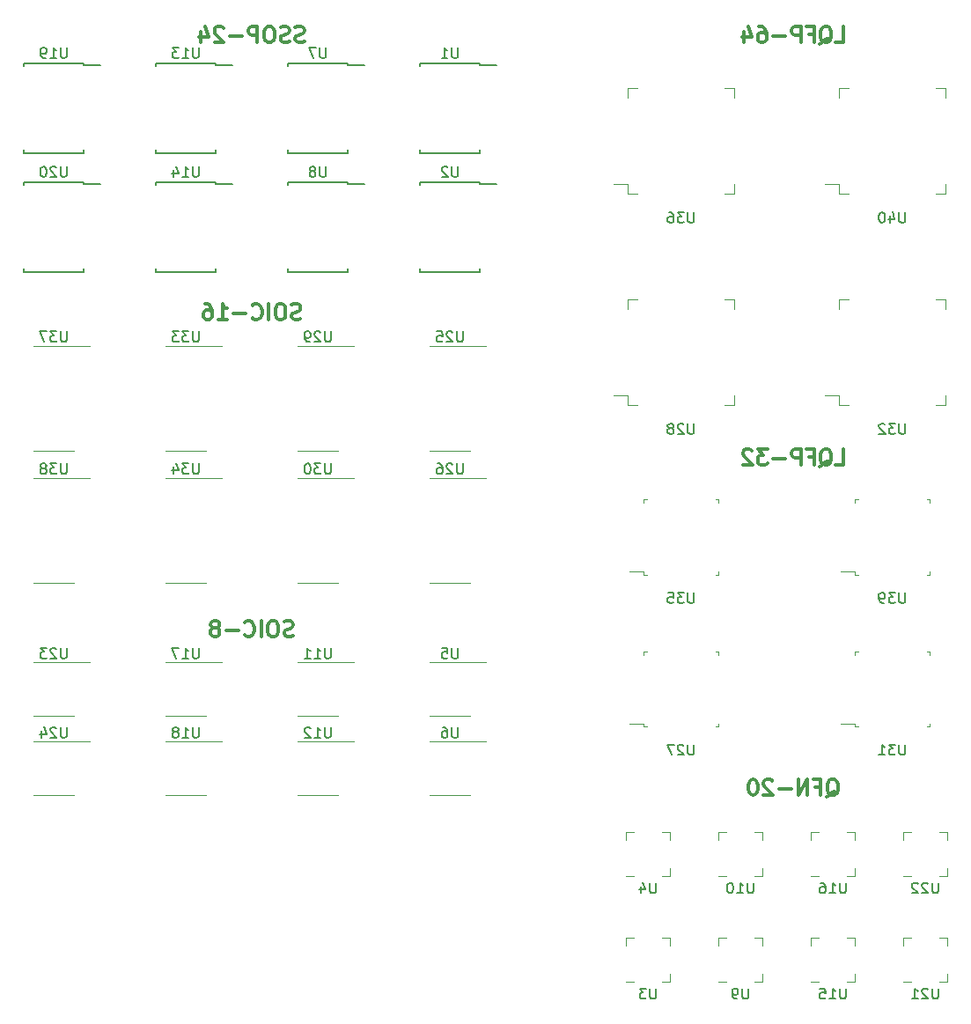
<source format=gbr>
G04 #@! TF.GenerationSoftware,KiCad,Pcbnew,(5.1.5)-3*
G04 #@! TF.CreationDate,2020-12-04T11:44:09+01:00*
G04 #@! TF.ProjectId,SolderPractice,536f6c64-6572-4507-9261-63746963652e,rev?*
G04 #@! TF.SameCoordinates,Original*
G04 #@! TF.FileFunction,Legend,Bot*
G04 #@! TF.FilePolarity,Positive*
%FSLAX46Y46*%
G04 Gerber Fmt 4.6, Leading zero omitted, Abs format (unit mm)*
G04 Created by KiCad (PCBNEW (5.1.5)-3) date 2020-12-04 11:44:09*
%MOMM*%
%LPD*%
G04 APERTURE LIST*
%ADD10C,0.300000*%
%ADD11C,0.120000*%
%ADD12C,0.150000*%
G04 APERTURE END LIST*
D10*
X469304285Y-175446428D02*
X469447142Y-175375000D01*
X469590000Y-175232142D01*
X469804285Y-175017857D01*
X469947142Y-174946428D01*
X470090000Y-174946428D01*
X470018571Y-175303571D02*
X470161428Y-175232142D01*
X470304285Y-175089285D01*
X470375714Y-174803571D01*
X470375714Y-174303571D01*
X470304285Y-174017857D01*
X470161428Y-173875000D01*
X470018571Y-173803571D01*
X469732857Y-173803571D01*
X469590000Y-173875000D01*
X469447142Y-174017857D01*
X469375714Y-174303571D01*
X469375714Y-174803571D01*
X469447142Y-175089285D01*
X469590000Y-175232142D01*
X469732857Y-175303571D01*
X470018571Y-175303571D01*
X468232857Y-174517857D02*
X468732857Y-174517857D01*
X468732857Y-175303571D02*
X468732857Y-173803571D01*
X468018571Y-173803571D01*
X467447142Y-175303571D02*
X467447142Y-173803571D01*
X466590000Y-175303571D01*
X466590000Y-173803571D01*
X465875714Y-174732142D02*
X464732857Y-174732142D01*
X464090000Y-173946428D02*
X464018571Y-173875000D01*
X463875714Y-173803571D01*
X463518571Y-173803571D01*
X463375714Y-173875000D01*
X463304285Y-173946428D01*
X463232857Y-174089285D01*
X463232857Y-174232142D01*
X463304285Y-174446428D01*
X464161428Y-175303571D01*
X463232857Y-175303571D01*
X462304285Y-173803571D02*
X462161428Y-173803571D01*
X462018571Y-173875000D01*
X461947142Y-173946428D01*
X461875714Y-174089285D01*
X461804285Y-174375000D01*
X461804285Y-174732142D01*
X461875714Y-175017857D01*
X461947142Y-175160714D01*
X462018571Y-175232142D01*
X462161428Y-175303571D01*
X462304285Y-175303571D01*
X462447142Y-175232142D01*
X462518571Y-175160714D01*
X462590000Y-175017857D01*
X462661428Y-174732142D01*
X462661428Y-174375000D01*
X462590000Y-174089285D01*
X462518571Y-173946428D01*
X462447142Y-173875000D01*
X462304285Y-173803571D01*
X470161428Y-143553571D02*
X470875714Y-143553571D01*
X470875714Y-142053571D01*
X468661428Y-143696428D02*
X468804285Y-143625000D01*
X468947142Y-143482142D01*
X469161428Y-143267857D01*
X469304285Y-143196428D01*
X469447142Y-143196428D01*
X469375714Y-143553571D02*
X469518571Y-143482142D01*
X469661428Y-143339285D01*
X469732857Y-143053571D01*
X469732857Y-142553571D01*
X469661428Y-142267857D01*
X469518571Y-142125000D01*
X469375714Y-142053571D01*
X469090000Y-142053571D01*
X468947142Y-142125000D01*
X468804285Y-142267857D01*
X468732857Y-142553571D01*
X468732857Y-143053571D01*
X468804285Y-143339285D01*
X468947142Y-143482142D01*
X469090000Y-143553571D01*
X469375714Y-143553571D01*
X467590000Y-142767857D02*
X468090000Y-142767857D01*
X468090000Y-143553571D02*
X468090000Y-142053571D01*
X467375714Y-142053571D01*
X466804285Y-143553571D02*
X466804285Y-142053571D01*
X466232857Y-142053571D01*
X466090000Y-142125000D01*
X466018571Y-142196428D01*
X465947142Y-142339285D01*
X465947142Y-142553571D01*
X466018571Y-142696428D01*
X466090000Y-142767857D01*
X466232857Y-142839285D01*
X466804285Y-142839285D01*
X465304285Y-142982142D02*
X464161428Y-142982142D01*
X463590000Y-142053571D02*
X462661428Y-142053571D01*
X463161428Y-142625000D01*
X462947142Y-142625000D01*
X462804285Y-142696428D01*
X462732857Y-142767857D01*
X462661428Y-142910714D01*
X462661428Y-143267857D01*
X462732857Y-143410714D01*
X462804285Y-143482142D01*
X462947142Y-143553571D01*
X463375714Y-143553571D01*
X463518571Y-143482142D01*
X463590000Y-143410714D01*
X462090000Y-142196428D02*
X462018571Y-142125000D01*
X461875714Y-142053571D01*
X461518571Y-142053571D01*
X461375714Y-142125000D01*
X461304285Y-142196428D01*
X461232857Y-142339285D01*
X461232857Y-142482142D01*
X461304285Y-142696428D01*
X462161428Y-143553571D01*
X461232857Y-143553571D01*
X470161428Y-102913571D02*
X470875714Y-102913571D01*
X470875714Y-101413571D01*
X468661428Y-103056428D02*
X468804285Y-102985000D01*
X468947142Y-102842142D01*
X469161428Y-102627857D01*
X469304285Y-102556428D01*
X469447142Y-102556428D01*
X469375714Y-102913571D02*
X469518571Y-102842142D01*
X469661428Y-102699285D01*
X469732857Y-102413571D01*
X469732857Y-101913571D01*
X469661428Y-101627857D01*
X469518571Y-101485000D01*
X469375714Y-101413571D01*
X469090000Y-101413571D01*
X468947142Y-101485000D01*
X468804285Y-101627857D01*
X468732857Y-101913571D01*
X468732857Y-102413571D01*
X468804285Y-102699285D01*
X468947142Y-102842142D01*
X469090000Y-102913571D01*
X469375714Y-102913571D01*
X467590000Y-102127857D02*
X468090000Y-102127857D01*
X468090000Y-102913571D02*
X468090000Y-101413571D01*
X467375714Y-101413571D01*
X466804285Y-102913571D02*
X466804285Y-101413571D01*
X466232857Y-101413571D01*
X466090000Y-101485000D01*
X466018571Y-101556428D01*
X465947142Y-101699285D01*
X465947142Y-101913571D01*
X466018571Y-102056428D01*
X466090000Y-102127857D01*
X466232857Y-102199285D01*
X466804285Y-102199285D01*
X465304285Y-102342142D02*
X464161428Y-102342142D01*
X462804285Y-101413571D02*
X463090000Y-101413571D01*
X463232857Y-101485000D01*
X463304285Y-101556428D01*
X463447142Y-101770714D01*
X463518571Y-102056428D01*
X463518571Y-102627857D01*
X463447142Y-102770714D01*
X463375714Y-102842142D01*
X463232857Y-102913571D01*
X462947142Y-102913571D01*
X462804285Y-102842142D01*
X462732857Y-102770714D01*
X462661428Y-102627857D01*
X462661428Y-102270714D01*
X462732857Y-102127857D01*
X462804285Y-102056428D01*
X462947142Y-101985000D01*
X463232857Y-101985000D01*
X463375714Y-102056428D01*
X463447142Y-102127857D01*
X463518571Y-102270714D01*
X461375714Y-101913571D02*
X461375714Y-102913571D01*
X461732857Y-101342142D02*
X462090000Y-102413571D01*
X461161428Y-102413571D01*
X417984285Y-159992142D02*
X417770000Y-160063571D01*
X417412857Y-160063571D01*
X417270000Y-159992142D01*
X417198571Y-159920714D01*
X417127142Y-159777857D01*
X417127142Y-159635000D01*
X417198571Y-159492142D01*
X417270000Y-159420714D01*
X417412857Y-159349285D01*
X417698571Y-159277857D01*
X417841428Y-159206428D01*
X417912857Y-159135000D01*
X417984285Y-158992142D01*
X417984285Y-158849285D01*
X417912857Y-158706428D01*
X417841428Y-158635000D01*
X417698571Y-158563571D01*
X417341428Y-158563571D01*
X417127142Y-158635000D01*
X416198571Y-158563571D02*
X415912857Y-158563571D01*
X415770000Y-158635000D01*
X415627142Y-158777857D01*
X415555714Y-159063571D01*
X415555714Y-159563571D01*
X415627142Y-159849285D01*
X415770000Y-159992142D01*
X415912857Y-160063571D01*
X416198571Y-160063571D01*
X416341428Y-159992142D01*
X416484285Y-159849285D01*
X416555714Y-159563571D01*
X416555714Y-159063571D01*
X416484285Y-158777857D01*
X416341428Y-158635000D01*
X416198571Y-158563571D01*
X414912857Y-160063571D02*
X414912857Y-158563571D01*
X413341428Y-159920714D02*
X413412857Y-159992142D01*
X413627142Y-160063571D01*
X413770000Y-160063571D01*
X413984285Y-159992142D01*
X414127142Y-159849285D01*
X414198571Y-159706428D01*
X414270000Y-159420714D01*
X414270000Y-159206428D01*
X414198571Y-158920714D01*
X414127142Y-158777857D01*
X413984285Y-158635000D01*
X413770000Y-158563571D01*
X413627142Y-158563571D01*
X413412857Y-158635000D01*
X413341428Y-158706428D01*
X412698571Y-159492142D02*
X411555714Y-159492142D01*
X410627142Y-159206428D02*
X410770000Y-159135000D01*
X410841428Y-159063571D01*
X410912857Y-158920714D01*
X410912857Y-158849285D01*
X410841428Y-158706428D01*
X410770000Y-158635000D01*
X410627142Y-158563571D01*
X410341428Y-158563571D01*
X410198571Y-158635000D01*
X410127142Y-158706428D01*
X410055714Y-158849285D01*
X410055714Y-158920714D01*
X410127142Y-159063571D01*
X410198571Y-159135000D01*
X410341428Y-159206428D01*
X410627142Y-159206428D01*
X410770000Y-159277857D01*
X410841428Y-159349285D01*
X410912857Y-159492142D01*
X410912857Y-159777857D01*
X410841428Y-159920714D01*
X410770000Y-159992142D01*
X410627142Y-160063571D01*
X410341428Y-160063571D01*
X410198571Y-159992142D01*
X410127142Y-159920714D01*
X410055714Y-159777857D01*
X410055714Y-159492142D01*
X410127142Y-159349285D01*
X410198571Y-159277857D01*
X410341428Y-159206428D01*
X418698571Y-129512142D02*
X418484285Y-129583571D01*
X418127142Y-129583571D01*
X417984285Y-129512142D01*
X417912857Y-129440714D01*
X417841428Y-129297857D01*
X417841428Y-129155000D01*
X417912857Y-129012142D01*
X417984285Y-128940714D01*
X418127142Y-128869285D01*
X418412857Y-128797857D01*
X418555714Y-128726428D01*
X418627142Y-128655000D01*
X418698571Y-128512142D01*
X418698571Y-128369285D01*
X418627142Y-128226428D01*
X418555714Y-128155000D01*
X418412857Y-128083571D01*
X418055714Y-128083571D01*
X417841428Y-128155000D01*
X416912857Y-128083571D02*
X416627142Y-128083571D01*
X416484285Y-128155000D01*
X416341428Y-128297857D01*
X416270000Y-128583571D01*
X416270000Y-129083571D01*
X416341428Y-129369285D01*
X416484285Y-129512142D01*
X416627142Y-129583571D01*
X416912857Y-129583571D01*
X417055714Y-129512142D01*
X417198571Y-129369285D01*
X417270000Y-129083571D01*
X417270000Y-128583571D01*
X417198571Y-128297857D01*
X417055714Y-128155000D01*
X416912857Y-128083571D01*
X415627142Y-129583571D02*
X415627142Y-128083571D01*
X414055714Y-129440714D02*
X414127142Y-129512142D01*
X414341428Y-129583571D01*
X414484285Y-129583571D01*
X414698571Y-129512142D01*
X414841428Y-129369285D01*
X414912857Y-129226428D01*
X414984285Y-128940714D01*
X414984285Y-128726428D01*
X414912857Y-128440714D01*
X414841428Y-128297857D01*
X414698571Y-128155000D01*
X414484285Y-128083571D01*
X414341428Y-128083571D01*
X414127142Y-128155000D01*
X414055714Y-128226428D01*
X413412857Y-129012142D02*
X412270000Y-129012142D01*
X410770000Y-129583571D02*
X411627142Y-129583571D01*
X411198571Y-129583571D02*
X411198571Y-128083571D01*
X411341428Y-128297857D01*
X411484285Y-128440714D01*
X411627142Y-128512142D01*
X409484285Y-128083571D02*
X409770000Y-128083571D01*
X409912857Y-128155000D01*
X409984285Y-128226428D01*
X410127142Y-128440714D01*
X410198571Y-128726428D01*
X410198571Y-129297857D01*
X410127142Y-129440714D01*
X410055714Y-129512142D01*
X409912857Y-129583571D01*
X409627142Y-129583571D01*
X409484285Y-129512142D01*
X409412857Y-129440714D01*
X409341428Y-129297857D01*
X409341428Y-128940714D01*
X409412857Y-128797857D01*
X409484285Y-128726428D01*
X409627142Y-128655000D01*
X409912857Y-128655000D01*
X410055714Y-128726428D01*
X410127142Y-128797857D01*
X410198571Y-128940714D01*
X419055714Y-102842142D02*
X418841428Y-102913571D01*
X418484285Y-102913571D01*
X418341428Y-102842142D01*
X418270000Y-102770714D01*
X418198571Y-102627857D01*
X418198571Y-102485000D01*
X418270000Y-102342142D01*
X418341428Y-102270714D01*
X418484285Y-102199285D01*
X418770000Y-102127857D01*
X418912857Y-102056428D01*
X418984285Y-101985000D01*
X419055714Y-101842142D01*
X419055714Y-101699285D01*
X418984285Y-101556428D01*
X418912857Y-101485000D01*
X418770000Y-101413571D01*
X418412857Y-101413571D01*
X418198571Y-101485000D01*
X417627142Y-102842142D02*
X417412857Y-102913571D01*
X417055714Y-102913571D01*
X416912857Y-102842142D01*
X416841428Y-102770714D01*
X416770000Y-102627857D01*
X416770000Y-102485000D01*
X416841428Y-102342142D01*
X416912857Y-102270714D01*
X417055714Y-102199285D01*
X417341428Y-102127857D01*
X417484285Y-102056428D01*
X417555714Y-101985000D01*
X417627142Y-101842142D01*
X417627142Y-101699285D01*
X417555714Y-101556428D01*
X417484285Y-101485000D01*
X417341428Y-101413571D01*
X416984285Y-101413571D01*
X416770000Y-101485000D01*
X415841428Y-101413571D02*
X415555714Y-101413571D01*
X415412857Y-101485000D01*
X415270000Y-101627857D01*
X415198571Y-101913571D01*
X415198571Y-102413571D01*
X415270000Y-102699285D01*
X415412857Y-102842142D01*
X415555714Y-102913571D01*
X415841428Y-102913571D01*
X415984285Y-102842142D01*
X416127142Y-102699285D01*
X416198571Y-102413571D01*
X416198571Y-101913571D01*
X416127142Y-101627857D01*
X415984285Y-101485000D01*
X415841428Y-101413571D01*
X414555714Y-102913571D02*
X414555714Y-101413571D01*
X413984285Y-101413571D01*
X413841428Y-101485000D01*
X413770000Y-101556428D01*
X413698571Y-101699285D01*
X413698571Y-101913571D01*
X413770000Y-102056428D01*
X413841428Y-102127857D01*
X413984285Y-102199285D01*
X414555714Y-102199285D01*
X413055714Y-102342142D02*
X411912857Y-102342142D01*
X411270000Y-101556428D02*
X411198571Y-101485000D01*
X411055714Y-101413571D01*
X410698571Y-101413571D01*
X410555714Y-101485000D01*
X410484285Y-101556428D01*
X410412857Y-101699285D01*
X410412857Y-101842142D01*
X410484285Y-102056428D01*
X411341428Y-102913571D01*
X410412857Y-102913571D01*
X409127142Y-101913571D02*
X409127142Y-102913571D01*
X409484285Y-101342142D02*
X409841428Y-102413571D01*
X408912857Y-102413571D01*
D11*
X470505000Y-116555000D02*
X469165000Y-116555000D01*
X470505000Y-117505000D02*
X470505000Y-116555000D01*
X471455000Y-117505000D02*
X470505000Y-117505000D01*
X480725000Y-117505000D02*
X480725000Y-116555000D01*
X479775000Y-117505000D02*
X480725000Y-117505000D01*
X470505000Y-107285000D02*
X470505000Y-108235000D01*
X471455000Y-107285000D02*
X470505000Y-107285000D01*
X480725000Y-107285000D02*
X480725000Y-108235000D01*
X479775000Y-107285000D02*
X480725000Y-107285000D01*
X472005000Y-153805000D02*
X470690000Y-153805000D01*
X472005000Y-154105000D02*
X472005000Y-153805000D01*
X472305000Y-154105000D02*
X472005000Y-154105000D01*
X479225000Y-154105000D02*
X479225000Y-153805000D01*
X478925000Y-154105000D02*
X479225000Y-154105000D01*
X472005000Y-146885000D02*
X472005000Y-147185000D01*
X472305000Y-146885000D02*
X472005000Y-146885000D01*
X479225000Y-146885000D02*
X479225000Y-147185000D01*
X478925000Y-146885000D02*
X479225000Y-146885000D01*
X394970000Y-144799999D02*
X398420000Y-144799999D01*
X394970000Y-144799999D02*
X393020000Y-144799999D01*
X394970000Y-154919999D02*
X396920000Y-154919999D01*
X394970000Y-154919999D02*
X393020000Y-154919999D01*
X394970000Y-132100000D02*
X398420000Y-132100000D01*
X394970000Y-132100000D02*
X393020000Y-132100000D01*
X394970000Y-142220000D02*
X396920000Y-142220000D01*
X394970000Y-142220000D02*
X393020000Y-142220000D01*
X450185000Y-116555000D02*
X448845000Y-116555000D01*
X450185000Y-117505000D02*
X450185000Y-116555000D01*
X451135000Y-117505000D02*
X450185000Y-117505000D01*
X460405000Y-117505000D02*
X460405000Y-116555000D01*
X459455000Y-117505000D02*
X460405000Y-117505000D01*
X450185000Y-107285000D02*
X450185000Y-108235000D01*
X451135000Y-107285000D02*
X450185000Y-107285000D01*
X460405000Y-107285000D02*
X460405000Y-108235000D01*
X459455000Y-107285000D02*
X460405000Y-107285000D01*
X451685000Y-153805000D02*
X450370000Y-153805000D01*
X451685000Y-154105000D02*
X451685000Y-153805000D01*
X451985000Y-154105000D02*
X451685000Y-154105000D01*
X458905000Y-154105000D02*
X458905000Y-153805000D01*
X458605000Y-154105000D02*
X458905000Y-154105000D01*
X451685000Y-146885000D02*
X451685000Y-147185000D01*
X451985000Y-146885000D02*
X451685000Y-146885000D01*
X458905000Y-146885000D02*
X458905000Y-147185000D01*
X458605000Y-146885000D02*
X458905000Y-146885000D01*
X407670000Y-144799999D02*
X411120000Y-144799999D01*
X407670000Y-144799999D02*
X405720000Y-144799999D01*
X407670000Y-154919999D02*
X409620000Y-154919999D01*
X407670000Y-154919999D02*
X405720000Y-154919999D01*
X407670000Y-132100000D02*
X411120000Y-132100000D01*
X407670000Y-132100000D02*
X405720000Y-132100000D01*
X407670000Y-142220000D02*
X409620000Y-142220000D01*
X407670000Y-142220000D02*
X405720000Y-142220000D01*
X470505000Y-136875000D02*
X469165000Y-136875000D01*
X470505000Y-137825000D02*
X470505000Y-136875000D01*
X471455000Y-137825000D02*
X470505000Y-137825000D01*
X480725000Y-137825000D02*
X480725000Y-136875000D01*
X479775000Y-137825000D02*
X480725000Y-137825000D01*
X470505000Y-127605000D02*
X470505000Y-128555000D01*
X471455000Y-127605000D02*
X470505000Y-127605000D01*
X480725000Y-127605000D02*
X480725000Y-128555000D01*
X479775000Y-127605000D02*
X480725000Y-127605000D01*
X472005000Y-168410000D02*
X470690000Y-168410000D01*
X472005000Y-168710000D02*
X472005000Y-168410000D01*
X472305000Y-168710000D02*
X472005000Y-168710000D01*
X479225000Y-168710000D02*
X479225000Y-168410000D01*
X478925000Y-168710000D02*
X479225000Y-168710000D01*
X472005000Y-161490000D02*
X472005000Y-161790000D01*
X472305000Y-161490000D02*
X472005000Y-161490000D01*
X479225000Y-161490000D02*
X479225000Y-161790000D01*
X478925000Y-161490000D02*
X479225000Y-161490000D01*
X420370000Y-144799999D02*
X423820000Y-144799999D01*
X420370000Y-144799999D02*
X418420000Y-144799999D01*
X420370000Y-154919999D02*
X422320000Y-154919999D01*
X420370000Y-154919999D02*
X418420000Y-154919999D01*
X420370000Y-132100000D02*
X423820000Y-132100000D01*
X420370000Y-132100000D02*
X418420000Y-132100000D01*
X420370000Y-142220000D02*
X422320000Y-142220000D01*
X420370000Y-142220000D02*
X418420000Y-142220000D01*
X450185000Y-136875000D02*
X448845000Y-136875000D01*
X450185000Y-137825000D02*
X450185000Y-136875000D01*
X451135000Y-137825000D02*
X450185000Y-137825000D01*
X460405000Y-137825000D02*
X460405000Y-136875000D01*
X459455000Y-137825000D02*
X460405000Y-137825000D01*
X450185000Y-127605000D02*
X450185000Y-128555000D01*
X451135000Y-127605000D02*
X450185000Y-127605000D01*
X460405000Y-127605000D02*
X460405000Y-128555000D01*
X459455000Y-127605000D02*
X460405000Y-127605000D01*
X451685000Y-168410000D02*
X450370000Y-168410000D01*
X451685000Y-168710000D02*
X451685000Y-168410000D01*
X451985000Y-168710000D02*
X451685000Y-168710000D01*
X458905000Y-168710000D02*
X458905000Y-168410000D01*
X458605000Y-168710000D02*
X458905000Y-168710000D01*
X451685000Y-161490000D02*
X451685000Y-161790000D01*
X451985000Y-161490000D02*
X451685000Y-161490000D01*
X458905000Y-161490000D02*
X458905000Y-161790000D01*
X458605000Y-161490000D02*
X458905000Y-161490000D01*
X433070000Y-144799999D02*
X436520000Y-144799999D01*
X433070000Y-144799999D02*
X431120000Y-144799999D01*
X433070000Y-154919999D02*
X435020000Y-154919999D01*
X433070000Y-154919999D02*
X431120000Y-154919999D01*
X433070000Y-132100000D02*
X436520000Y-132100000D01*
X433070000Y-132100000D02*
X431120000Y-132100000D01*
X433070000Y-142220000D02*
X435020000Y-142220000D01*
X433070000Y-142220000D02*
X431120000Y-142220000D01*
X394970000Y-170160000D02*
X398420000Y-170160000D01*
X394970000Y-170160000D02*
X393020000Y-170160000D01*
X394970000Y-175280000D02*
X396920000Y-175280000D01*
X394970000Y-175280000D02*
X393020000Y-175280000D01*
X394970000Y-162540000D02*
X398420000Y-162540000D01*
X394970000Y-162540000D02*
X393020000Y-162540000D01*
X394970000Y-167660000D02*
X396920000Y-167660000D01*
X394970000Y-167660000D02*
X393020000Y-167660000D01*
X477405000Y-183085000D02*
X476680000Y-183085000D01*
X480900000Y-178865000D02*
X480900000Y-179590000D01*
X480175000Y-178865000D02*
X480900000Y-178865000D01*
X476680000Y-178865000D02*
X476680000Y-179590000D01*
X477405000Y-178865000D02*
X476680000Y-178865000D01*
X480900000Y-183085000D02*
X480900000Y-182360000D01*
X480175000Y-183085000D02*
X480900000Y-183085000D01*
X477405000Y-193245000D02*
X476680000Y-193245000D01*
X480900000Y-189025000D02*
X480900000Y-189750000D01*
X480175000Y-189025000D02*
X480900000Y-189025000D01*
X476680000Y-189025000D02*
X476680000Y-189750000D01*
X477405000Y-189025000D02*
X476680000Y-189025000D01*
X480900000Y-193245000D02*
X480900000Y-192520000D01*
X480175000Y-193245000D02*
X480900000Y-193245000D01*
D12*
X397845000Y-116550000D02*
X399445000Y-116550000D01*
X397845000Y-124975000D02*
X392095000Y-124975000D01*
X397845000Y-116325000D02*
X392095000Y-116325000D01*
X397845000Y-124975000D02*
X397845000Y-124675000D01*
X392095000Y-124975000D02*
X392095000Y-124675000D01*
X392095000Y-116325000D02*
X392095000Y-116625000D01*
X397845000Y-116325000D02*
X397845000Y-116550000D01*
X397845000Y-105120000D02*
X399445000Y-105120000D01*
X397845000Y-113545000D02*
X392095000Y-113545000D01*
X397845000Y-104895000D02*
X392095000Y-104895000D01*
X397845000Y-113545000D02*
X397845000Y-113245000D01*
X392095000Y-113545000D02*
X392095000Y-113245000D01*
X392095000Y-104895000D02*
X392095000Y-105195000D01*
X397845000Y-104895000D02*
X397845000Y-105120000D01*
D11*
X407670000Y-170160000D02*
X411120000Y-170160000D01*
X407670000Y-170160000D02*
X405720000Y-170160000D01*
X407670000Y-175280000D02*
X409620000Y-175280000D01*
X407670000Y-175280000D02*
X405720000Y-175280000D01*
X407670000Y-162540000D02*
X411120000Y-162540000D01*
X407670000Y-162540000D02*
X405720000Y-162540000D01*
X407670000Y-167660000D02*
X409620000Y-167660000D01*
X407670000Y-167660000D02*
X405720000Y-167660000D01*
X468515000Y-183085000D02*
X467790000Y-183085000D01*
X472010000Y-178865000D02*
X472010000Y-179590000D01*
X471285000Y-178865000D02*
X472010000Y-178865000D01*
X467790000Y-178865000D02*
X467790000Y-179590000D01*
X468515000Y-178865000D02*
X467790000Y-178865000D01*
X472010000Y-183085000D02*
X472010000Y-182360000D01*
X471285000Y-183085000D02*
X472010000Y-183085000D01*
X468515000Y-193245000D02*
X467790000Y-193245000D01*
X472010000Y-189025000D02*
X472010000Y-189750000D01*
X471285000Y-189025000D02*
X472010000Y-189025000D01*
X467790000Y-189025000D02*
X467790000Y-189750000D01*
X468515000Y-189025000D02*
X467790000Y-189025000D01*
X472010000Y-193245000D02*
X472010000Y-192520000D01*
X471285000Y-193245000D02*
X472010000Y-193245000D01*
D12*
X410545000Y-116550000D02*
X412145000Y-116550000D01*
X410545000Y-124975000D02*
X404795000Y-124975000D01*
X410545000Y-116325000D02*
X404795000Y-116325000D01*
X410545000Y-124975000D02*
X410545000Y-124675000D01*
X404795000Y-124975000D02*
X404795000Y-124675000D01*
X404795000Y-116325000D02*
X404795000Y-116625000D01*
X410545000Y-116325000D02*
X410545000Y-116550000D01*
X410545000Y-105120000D02*
X412145000Y-105120000D01*
X410545000Y-113545000D02*
X404795000Y-113545000D01*
X410545000Y-104895000D02*
X404795000Y-104895000D01*
X410545000Y-113545000D02*
X410545000Y-113245000D01*
X404795000Y-113545000D02*
X404795000Y-113245000D01*
X404795000Y-104895000D02*
X404795000Y-105195000D01*
X410545000Y-104895000D02*
X410545000Y-105120000D01*
D11*
X420370000Y-170160000D02*
X423820000Y-170160000D01*
X420370000Y-170160000D02*
X418420000Y-170160000D01*
X420370000Y-175280000D02*
X422320000Y-175280000D01*
X420370000Y-175280000D02*
X418420000Y-175280000D01*
X420370000Y-162540000D02*
X423820000Y-162540000D01*
X420370000Y-162540000D02*
X418420000Y-162540000D01*
X420370000Y-167660000D02*
X422320000Y-167660000D01*
X420370000Y-167660000D02*
X418420000Y-167660000D01*
X459625000Y-183085000D02*
X458900000Y-183085000D01*
X463120000Y-178865000D02*
X463120000Y-179590000D01*
X462395000Y-178865000D02*
X463120000Y-178865000D01*
X458900000Y-178865000D02*
X458900000Y-179590000D01*
X459625000Y-178865000D02*
X458900000Y-178865000D01*
X463120000Y-183085000D02*
X463120000Y-182360000D01*
X462395000Y-183085000D02*
X463120000Y-183085000D01*
X459625000Y-193245000D02*
X458900000Y-193245000D01*
X463120000Y-189025000D02*
X463120000Y-189750000D01*
X462395000Y-189025000D02*
X463120000Y-189025000D01*
X458900000Y-189025000D02*
X458900000Y-189750000D01*
X459625000Y-189025000D02*
X458900000Y-189025000D01*
X463120000Y-193245000D02*
X463120000Y-192520000D01*
X462395000Y-193245000D02*
X463120000Y-193245000D01*
D12*
X423245000Y-116550000D02*
X424845000Y-116550000D01*
X423245000Y-124975000D02*
X417495000Y-124975000D01*
X423245000Y-116325000D02*
X417495000Y-116325000D01*
X423245000Y-124975000D02*
X423245000Y-124675000D01*
X417495000Y-124975000D02*
X417495000Y-124675000D01*
X417495000Y-116325000D02*
X417495000Y-116625000D01*
X423245000Y-116325000D02*
X423245000Y-116550000D01*
X423245000Y-105120000D02*
X424845000Y-105120000D01*
X423245000Y-113545000D02*
X417495000Y-113545000D01*
X423245000Y-104895000D02*
X417495000Y-104895000D01*
X423245000Y-113545000D02*
X423245000Y-113245000D01*
X417495000Y-113545000D02*
X417495000Y-113245000D01*
X417495000Y-104895000D02*
X417495000Y-105195000D01*
X423245000Y-104895000D02*
X423245000Y-105120000D01*
D11*
X433070000Y-170160000D02*
X436520000Y-170160000D01*
X433070000Y-170160000D02*
X431120000Y-170160000D01*
X433070000Y-175280000D02*
X435020000Y-175280000D01*
X433070000Y-175280000D02*
X431120000Y-175280000D01*
X433070000Y-162540000D02*
X436520000Y-162540000D01*
X433070000Y-162540000D02*
X431120000Y-162540000D01*
X433070000Y-167660000D02*
X435020000Y-167660000D01*
X433070000Y-167660000D02*
X431120000Y-167660000D01*
X450735000Y-183085000D02*
X450010000Y-183085000D01*
X454230000Y-178865000D02*
X454230000Y-179590000D01*
X453505000Y-178865000D02*
X454230000Y-178865000D01*
X450010000Y-178865000D02*
X450010000Y-179590000D01*
X450735000Y-178865000D02*
X450010000Y-178865000D01*
X454230000Y-183085000D02*
X454230000Y-182360000D01*
X453505000Y-183085000D02*
X454230000Y-183085000D01*
X450735000Y-193245000D02*
X450010000Y-193245000D01*
X454230000Y-189025000D02*
X454230000Y-189750000D01*
X453505000Y-189025000D02*
X454230000Y-189025000D01*
X450010000Y-189025000D02*
X450010000Y-189750000D01*
X450735000Y-189025000D02*
X450010000Y-189025000D01*
X454230000Y-193245000D02*
X454230000Y-192520000D01*
X453505000Y-193245000D02*
X454230000Y-193245000D01*
D12*
X435945000Y-116550000D02*
X437545000Y-116550000D01*
X435945000Y-124975000D02*
X430195000Y-124975000D01*
X435945000Y-116325000D02*
X430195000Y-116325000D01*
X435945000Y-124975000D02*
X435945000Y-124675000D01*
X430195000Y-124975000D02*
X430195000Y-124675000D01*
X430195000Y-116325000D02*
X430195000Y-116625000D01*
X435945000Y-116325000D02*
X435945000Y-116550000D01*
X435945000Y-105120000D02*
X437545000Y-105120000D01*
X435945000Y-113545000D02*
X430195000Y-113545000D01*
X435945000Y-104895000D02*
X430195000Y-104895000D01*
X435945000Y-113545000D02*
X435945000Y-113245000D01*
X430195000Y-113545000D02*
X430195000Y-113245000D01*
X430195000Y-104895000D02*
X430195000Y-105195000D01*
X435945000Y-104895000D02*
X435945000Y-105120000D01*
X476853095Y-119247380D02*
X476853095Y-120056904D01*
X476805476Y-120152142D01*
X476757857Y-120199761D01*
X476662619Y-120247380D01*
X476472142Y-120247380D01*
X476376904Y-120199761D01*
X476329285Y-120152142D01*
X476281666Y-120056904D01*
X476281666Y-119247380D01*
X475376904Y-119580714D02*
X475376904Y-120247380D01*
X475615000Y-119199761D02*
X475853095Y-119914047D01*
X475234047Y-119914047D01*
X474662619Y-119247380D02*
X474567380Y-119247380D01*
X474472142Y-119295000D01*
X474424523Y-119342619D01*
X474376904Y-119437857D01*
X474329285Y-119628333D01*
X474329285Y-119866428D01*
X474376904Y-120056904D01*
X474424523Y-120152142D01*
X474472142Y-120199761D01*
X474567380Y-120247380D01*
X474662619Y-120247380D01*
X474757857Y-120199761D01*
X474805476Y-120152142D01*
X474853095Y-120056904D01*
X474900714Y-119866428D01*
X474900714Y-119628333D01*
X474853095Y-119437857D01*
X474805476Y-119342619D01*
X474757857Y-119295000D01*
X474662619Y-119247380D01*
X476853095Y-155827380D02*
X476853095Y-156636904D01*
X476805476Y-156732142D01*
X476757857Y-156779761D01*
X476662619Y-156827380D01*
X476472142Y-156827380D01*
X476376904Y-156779761D01*
X476329285Y-156732142D01*
X476281666Y-156636904D01*
X476281666Y-155827380D01*
X475900714Y-155827380D02*
X475281666Y-155827380D01*
X475615000Y-156208333D01*
X475472142Y-156208333D01*
X475376904Y-156255952D01*
X475329285Y-156303571D01*
X475281666Y-156398809D01*
X475281666Y-156636904D01*
X475329285Y-156732142D01*
X475376904Y-156779761D01*
X475472142Y-156827380D01*
X475757857Y-156827380D01*
X475853095Y-156779761D01*
X475900714Y-156732142D01*
X474805476Y-156827380D02*
X474615000Y-156827380D01*
X474519761Y-156779761D01*
X474472142Y-156732142D01*
X474376904Y-156589285D01*
X474329285Y-156398809D01*
X474329285Y-156017857D01*
X474376904Y-155922619D01*
X474424523Y-155875000D01*
X474519761Y-155827380D01*
X474710238Y-155827380D01*
X474805476Y-155875000D01*
X474853095Y-155922619D01*
X474900714Y-156017857D01*
X474900714Y-156255952D01*
X474853095Y-156351190D01*
X474805476Y-156398809D01*
X474710238Y-156446428D01*
X474519761Y-156446428D01*
X474424523Y-156398809D01*
X474376904Y-156351190D01*
X474329285Y-156255952D01*
X396208095Y-143412379D02*
X396208095Y-144221903D01*
X396160476Y-144317141D01*
X396112857Y-144364760D01*
X396017619Y-144412379D01*
X395827142Y-144412379D01*
X395731904Y-144364760D01*
X395684285Y-144317141D01*
X395636666Y-144221903D01*
X395636666Y-143412379D01*
X395255714Y-143412379D02*
X394636666Y-143412379D01*
X394970000Y-143793332D01*
X394827142Y-143793332D01*
X394731904Y-143840951D01*
X394684285Y-143888570D01*
X394636666Y-143983808D01*
X394636666Y-144221903D01*
X394684285Y-144317141D01*
X394731904Y-144364760D01*
X394827142Y-144412379D01*
X395112857Y-144412379D01*
X395208095Y-144364760D01*
X395255714Y-144317141D01*
X394065238Y-143840951D02*
X394160476Y-143793332D01*
X394208095Y-143745713D01*
X394255714Y-143650475D01*
X394255714Y-143602856D01*
X394208095Y-143507618D01*
X394160476Y-143459999D01*
X394065238Y-143412379D01*
X393874761Y-143412379D01*
X393779523Y-143459999D01*
X393731904Y-143507618D01*
X393684285Y-143602856D01*
X393684285Y-143650475D01*
X393731904Y-143745713D01*
X393779523Y-143793332D01*
X393874761Y-143840951D01*
X394065238Y-143840951D01*
X394160476Y-143888570D01*
X394208095Y-143936189D01*
X394255714Y-144031427D01*
X394255714Y-144221903D01*
X394208095Y-144317141D01*
X394160476Y-144364760D01*
X394065238Y-144412379D01*
X393874761Y-144412379D01*
X393779523Y-144364760D01*
X393731904Y-144317141D01*
X393684285Y-144221903D01*
X393684285Y-144031427D01*
X393731904Y-143936189D01*
X393779523Y-143888570D01*
X393874761Y-143840951D01*
X396208095Y-130712380D02*
X396208095Y-131521904D01*
X396160476Y-131617142D01*
X396112857Y-131664761D01*
X396017619Y-131712380D01*
X395827142Y-131712380D01*
X395731904Y-131664761D01*
X395684285Y-131617142D01*
X395636666Y-131521904D01*
X395636666Y-130712380D01*
X395255714Y-130712380D02*
X394636666Y-130712380D01*
X394970000Y-131093333D01*
X394827142Y-131093333D01*
X394731904Y-131140952D01*
X394684285Y-131188571D01*
X394636666Y-131283809D01*
X394636666Y-131521904D01*
X394684285Y-131617142D01*
X394731904Y-131664761D01*
X394827142Y-131712380D01*
X395112857Y-131712380D01*
X395208095Y-131664761D01*
X395255714Y-131617142D01*
X394303333Y-130712380D02*
X393636666Y-130712380D01*
X394065238Y-131712380D01*
X456533095Y-119247380D02*
X456533095Y-120056904D01*
X456485476Y-120152142D01*
X456437857Y-120199761D01*
X456342619Y-120247380D01*
X456152142Y-120247380D01*
X456056904Y-120199761D01*
X456009285Y-120152142D01*
X455961666Y-120056904D01*
X455961666Y-119247380D01*
X455580714Y-119247380D02*
X454961666Y-119247380D01*
X455295000Y-119628333D01*
X455152142Y-119628333D01*
X455056904Y-119675952D01*
X455009285Y-119723571D01*
X454961666Y-119818809D01*
X454961666Y-120056904D01*
X455009285Y-120152142D01*
X455056904Y-120199761D01*
X455152142Y-120247380D01*
X455437857Y-120247380D01*
X455533095Y-120199761D01*
X455580714Y-120152142D01*
X454104523Y-119247380D02*
X454295000Y-119247380D01*
X454390238Y-119295000D01*
X454437857Y-119342619D01*
X454533095Y-119485476D01*
X454580714Y-119675952D01*
X454580714Y-120056904D01*
X454533095Y-120152142D01*
X454485476Y-120199761D01*
X454390238Y-120247380D01*
X454199761Y-120247380D01*
X454104523Y-120199761D01*
X454056904Y-120152142D01*
X454009285Y-120056904D01*
X454009285Y-119818809D01*
X454056904Y-119723571D01*
X454104523Y-119675952D01*
X454199761Y-119628333D01*
X454390238Y-119628333D01*
X454485476Y-119675952D01*
X454533095Y-119723571D01*
X454580714Y-119818809D01*
X456533095Y-155827380D02*
X456533095Y-156636904D01*
X456485476Y-156732142D01*
X456437857Y-156779761D01*
X456342619Y-156827380D01*
X456152142Y-156827380D01*
X456056904Y-156779761D01*
X456009285Y-156732142D01*
X455961666Y-156636904D01*
X455961666Y-155827380D01*
X455580714Y-155827380D02*
X454961666Y-155827380D01*
X455295000Y-156208333D01*
X455152142Y-156208333D01*
X455056904Y-156255952D01*
X455009285Y-156303571D01*
X454961666Y-156398809D01*
X454961666Y-156636904D01*
X455009285Y-156732142D01*
X455056904Y-156779761D01*
X455152142Y-156827380D01*
X455437857Y-156827380D01*
X455533095Y-156779761D01*
X455580714Y-156732142D01*
X454056904Y-155827380D02*
X454533095Y-155827380D01*
X454580714Y-156303571D01*
X454533095Y-156255952D01*
X454437857Y-156208333D01*
X454199761Y-156208333D01*
X454104523Y-156255952D01*
X454056904Y-156303571D01*
X454009285Y-156398809D01*
X454009285Y-156636904D01*
X454056904Y-156732142D01*
X454104523Y-156779761D01*
X454199761Y-156827380D01*
X454437857Y-156827380D01*
X454533095Y-156779761D01*
X454580714Y-156732142D01*
X408908095Y-143412379D02*
X408908095Y-144221903D01*
X408860476Y-144317141D01*
X408812857Y-144364760D01*
X408717619Y-144412379D01*
X408527142Y-144412379D01*
X408431904Y-144364760D01*
X408384285Y-144317141D01*
X408336666Y-144221903D01*
X408336666Y-143412379D01*
X407955714Y-143412379D02*
X407336666Y-143412379D01*
X407670000Y-143793332D01*
X407527142Y-143793332D01*
X407431904Y-143840951D01*
X407384285Y-143888570D01*
X407336666Y-143983808D01*
X407336666Y-144221903D01*
X407384285Y-144317141D01*
X407431904Y-144364760D01*
X407527142Y-144412379D01*
X407812857Y-144412379D01*
X407908095Y-144364760D01*
X407955714Y-144317141D01*
X406479523Y-143745713D02*
X406479523Y-144412379D01*
X406717619Y-143364760D02*
X406955714Y-144079046D01*
X406336666Y-144079046D01*
X408908095Y-130712380D02*
X408908095Y-131521904D01*
X408860476Y-131617142D01*
X408812857Y-131664761D01*
X408717619Y-131712380D01*
X408527142Y-131712380D01*
X408431904Y-131664761D01*
X408384285Y-131617142D01*
X408336666Y-131521904D01*
X408336666Y-130712380D01*
X407955714Y-130712380D02*
X407336666Y-130712380D01*
X407670000Y-131093333D01*
X407527142Y-131093333D01*
X407431904Y-131140952D01*
X407384285Y-131188571D01*
X407336666Y-131283809D01*
X407336666Y-131521904D01*
X407384285Y-131617142D01*
X407431904Y-131664761D01*
X407527142Y-131712380D01*
X407812857Y-131712380D01*
X407908095Y-131664761D01*
X407955714Y-131617142D01*
X407003333Y-130712380D02*
X406384285Y-130712380D01*
X406717619Y-131093333D01*
X406574761Y-131093333D01*
X406479523Y-131140952D01*
X406431904Y-131188571D01*
X406384285Y-131283809D01*
X406384285Y-131521904D01*
X406431904Y-131617142D01*
X406479523Y-131664761D01*
X406574761Y-131712380D01*
X406860476Y-131712380D01*
X406955714Y-131664761D01*
X407003333Y-131617142D01*
X476853095Y-139567380D02*
X476853095Y-140376904D01*
X476805476Y-140472142D01*
X476757857Y-140519761D01*
X476662619Y-140567380D01*
X476472142Y-140567380D01*
X476376904Y-140519761D01*
X476329285Y-140472142D01*
X476281666Y-140376904D01*
X476281666Y-139567380D01*
X475900714Y-139567380D02*
X475281666Y-139567380D01*
X475615000Y-139948333D01*
X475472142Y-139948333D01*
X475376904Y-139995952D01*
X475329285Y-140043571D01*
X475281666Y-140138809D01*
X475281666Y-140376904D01*
X475329285Y-140472142D01*
X475376904Y-140519761D01*
X475472142Y-140567380D01*
X475757857Y-140567380D01*
X475853095Y-140519761D01*
X475900714Y-140472142D01*
X474900714Y-139662619D02*
X474853095Y-139615000D01*
X474757857Y-139567380D01*
X474519761Y-139567380D01*
X474424523Y-139615000D01*
X474376904Y-139662619D01*
X474329285Y-139757857D01*
X474329285Y-139853095D01*
X474376904Y-139995952D01*
X474948333Y-140567380D01*
X474329285Y-140567380D01*
X476853095Y-170432380D02*
X476853095Y-171241904D01*
X476805476Y-171337142D01*
X476757857Y-171384761D01*
X476662619Y-171432380D01*
X476472142Y-171432380D01*
X476376904Y-171384761D01*
X476329285Y-171337142D01*
X476281666Y-171241904D01*
X476281666Y-170432380D01*
X475900714Y-170432380D02*
X475281666Y-170432380D01*
X475615000Y-170813333D01*
X475472142Y-170813333D01*
X475376904Y-170860952D01*
X475329285Y-170908571D01*
X475281666Y-171003809D01*
X475281666Y-171241904D01*
X475329285Y-171337142D01*
X475376904Y-171384761D01*
X475472142Y-171432380D01*
X475757857Y-171432380D01*
X475853095Y-171384761D01*
X475900714Y-171337142D01*
X474329285Y-171432380D02*
X474900714Y-171432380D01*
X474615000Y-171432380D02*
X474615000Y-170432380D01*
X474710238Y-170575238D01*
X474805476Y-170670476D01*
X474900714Y-170718095D01*
X421608095Y-143412379D02*
X421608095Y-144221903D01*
X421560476Y-144317141D01*
X421512857Y-144364760D01*
X421417619Y-144412379D01*
X421227142Y-144412379D01*
X421131904Y-144364760D01*
X421084285Y-144317141D01*
X421036666Y-144221903D01*
X421036666Y-143412379D01*
X420655714Y-143412379D02*
X420036666Y-143412379D01*
X420370000Y-143793332D01*
X420227142Y-143793332D01*
X420131904Y-143840951D01*
X420084285Y-143888570D01*
X420036666Y-143983808D01*
X420036666Y-144221903D01*
X420084285Y-144317141D01*
X420131904Y-144364760D01*
X420227142Y-144412379D01*
X420512857Y-144412379D01*
X420608095Y-144364760D01*
X420655714Y-144317141D01*
X419417619Y-143412379D02*
X419322380Y-143412379D01*
X419227142Y-143459999D01*
X419179523Y-143507618D01*
X419131904Y-143602856D01*
X419084285Y-143793332D01*
X419084285Y-144031427D01*
X419131904Y-144221903D01*
X419179523Y-144317141D01*
X419227142Y-144364760D01*
X419322380Y-144412379D01*
X419417619Y-144412379D01*
X419512857Y-144364760D01*
X419560476Y-144317141D01*
X419608095Y-144221903D01*
X419655714Y-144031427D01*
X419655714Y-143793332D01*
X419608095Y-143602856D01*
X419560476Y-143507618D01*
X419512857Y-143459999D01*
X419417619Y-143412379D01*
X421608095Y-130712380D02*
X421608095Y-131521904D01*
X421560476Y-131617142D01*
X421512857Y-131664761D01*
X421417619Y-131712380D01*
X421227142Y-131712380D01*
X421131904Y-131664761D01*
X421084285Y-131617142D01*
X421036666Y-131521904D01*
X421036666Y-130712380D01*
X420608095Y-130807619D02*
X420560476Y-130760000D01*
X420465238Y-130712380D01*
X420227142Y-130712380D01*
X420131904Y-130760000D01*
X420084285Y-130807619D01*
X420036666Y-130902857D01*
X420036666Y-130998095D01*
X420084285Y-131140952D01*
X420655714Y-131712380D01*
X420036666Y-131712380D01*
X419560476Y-131712380D02*
X419370000Y-131712380D01*
X419274761Y-131664761D01*
X419227142Y-131617142D01*
X419131904Y-131474285D01*
X419084285Y-131283809D01*
X419084285Y-130902857D01*
X419131904Y-130807619D01*
X419179523Y-130760000D01*
X419274761Y-130712380D01*
X419465238Y-130712380D01*
X419560476Y-130760000D01*
X419608095Y-130807619D01*
X419655714Y-130902857D01*
X419655714Y-131140952D01*
X419608095Y-131236190D01*
X419560476Y-131283809D01*
X419465238Y-131331428D01*
X419274761Y-131331428D01*
X419179523Y-131283809D01*
X419131904Y-131236190D01*
X419084285Y-131140952D01*
X456533095Y-139567380D02*
X456533095Y-140376904D01*
X456485476Y-140472142D01*
X456437857Y-140519761D01*
X456342619Y-140567380D01*
X456152142Y-140567380D01*
X456056904Y-140519761D01*
X456009285Y-140472142D01*
X455961666Y-140376904D01*
X455961666Y-139567380D01*
X455533095Y-139662619D02*
X455485476Y-139615000D01*
X455390238Y-139567380D01*
X455152142Y-139567380D01*
X455056904Y-139615000D01*
X455009285Y-139662619D01*
X454961666Y-139757857D01*
X454961666Y-139853095D01*
X455009285Y-139995952D01*
X455580714Y-140567380D01*
X454961666Y-140567380D01*
X454390238Y-139995952D02*
X454485476Y-139948333D01*
X454533095Y-139900714D01*
X454580714Y-139805476D01*
X454580714Y-139757857D01*
X454533095Y-139662619D01*
X454485476Y-139615000D01*
X454390238Y-139567380D01*
X454199761Y-139567380D01*
X454104523Y-139615000D01*
X454056904Y-139662619D01*
X454009285Y-139757857D01*
X454009285Y-139805476D01*
X454056904Y-139900714D01*
X454104523Y-139948333D01*
X454199761Y-139995952D01*
X454390238Y-139995952D01*
X454485476Y-140043571D01*
X454533095Y-140091190D01*
X454580714Y-140186428D01*
X454580714Y-140376904D01*
X454533095Y-140472142D01*
X454485476Y-140519761D01*
X454390238Y-140567380D01*
X454199761Y-140567380D01*
X454104523Y-140519761D01*
X454056904Y-140472142D01*
X454009285Y-140376904D01*
X454009285Y-140186428D01*
X454056904Y-140091190D01*
X454104523Y-140043571D01*
X454199761Y-139995952D01*
X456533095Y-170432380D02*
X456533095Y-171241904D01*
X456485476Y-171337142D01*
X456437857Y-171384761D01*
X456342619Y-171432380D01*
X456152142Y-171432380D01*
X456056904Y-171384761D01*
X456009285Y-171337142D01*
X455961666Y-171241904D01*
X455961666Y-170432380D01*
X455533095Y-170527619D02*
X455485476Y-170480000D01*
X455390238Y-170432380D01*
X455152142Y-170432380D01*
X455056904Y-170480000D01*
X455009285Y-170527619D01*
X454961666Y-170622857D01*
X454961666Y-170718095D01*
X455009285Y-170860952D01*
X455580714Y-171432380D01*
X454961666Y-171432380D01*
X454628333Y-170432380D02*
X453961666Y-170432380D01*
X454390238Y-171432380D01*
X434308095Y-143412379D02*
X434308095Y-144221903D01*
X434260476Y-144317141D01*
X434212857Y-144364760D01*
X434117619Y-144412379D01*
X433927142Y-144412379D01*
X433831904Y-144364760D01*
X433784285Y-144317141D01*
X433736666Y-144221903D01*
X433736666Y-143412379D01*
X433308095Y-143507618D02*
X433260476Y-143459999D01*
X433165238Y-143412379D01*
X432927142Y-143412379D01*
X432831904Y-143459999D01*
X432784285Y-143507618D01*
X432736666Y-143602856D01*
X432736666Y-143698094D01*
X432784285Y-143840951D01*
X433355714Y-144412379D01*
X432736666Y-144412379D01*
X431879523Y-143412379D02*
X432070000Y-143412379D01*
X432165238Y-143459999D01*
X432212857Y-143507618D01*
X432308095Y-143650475D01*
X432355714Y-143840951D01*
X432355714Y-144221903D01*
X432308095Y-144317141D01*
X432260476Y-144364760D01*
X432165238Y-144412379D01*
X431974761Y-144412379D01*
X431879523Y-144364760D01*
X431831904Y-144317141D01*
X431784285Y-144221903D01*
X431784285Y-143983808D01*
X431831904Y-143888570D01*
X431879523Y-143840951D01*
X431974761Y-143793332D01*
X432165238Y-143793332D01*
X432260476Y-143840951D01*
X432308095Y-143888570D01*
X432355714Y-143983808D01*
X434308095Y-130712380D02*
X434308095Y-131521904D01*
X434260476Y-131617142D01*
X434212857Y-131664761D01*
X434117619Y-131712380D01*
X433927142Y-131712380D01*
X433831904Y-131664761D01*
X433784285Y-131617142D01*
X433736666Y-131521904D01*
X433736666Y-130712380D01*
X433308095Y-130807619D02*
X433260476Y-130760000D01*
X433165238Y-130712380D01*
X432927142Y-130712380D01*
X432831904Y-130760000D01*
X432784285Y-130807619D01*
X432736666Y-130902857D01*
X432736666Y-130998095D01*
X432784285Y-131140952D01*
X433355714Y-131712380D01*
X432736666Y-131712380D01*
X431831904Y-130712380D02*
X432308095Y-130712380D01*
X432355714Y-131188571D01*
X432308095Y-131140952D01*
X432212857Y-131093333D01*
X431974761Y-131093333D01*
X431879523Y-131140952D01*
X431831904Y-131188571D01*
X431784285Y-131283809D01*
X431784285Y-131521904D01*
X431831904Y-131617142D01*
X431879523Y-131664761D01*
X431974761Y-131712380D01*
X432212857Y-131712380D01*
X432308095Y-131664761D01*
X432355714Y-131617142D01*
X396208095Y-168772380D02*
X396208095Y-169581904D01*
X396160476Y-169677142D01*
X396112857Y-169724761D01*
X396017619Y-169772380D01*
X395827142Y-169772380D01*
X395731904Y-169724761D01*
X395684285Y-169677142D01*
X395636666Y-169581904D01*
X395636666Y-168772380D01*
X395208095Y-168867619D02*
X395160476Y-168820000D01*
X395065238Y-168772380D01*
X394827142Y-168772380D01*
X394731904Y-168820000D01*
X394684285Y-168867619D01*
X394636666Y-168962857D01*
X394636666Y-169058095D01*
X394684285Y-169200952D01*
X395255714Y-169772380D01*
X394636666Y-169772380D01*
X393779523Y-169105714D02*
X393779523Y-169772380D01*
X394017619Y-168724761D02*
X394255714Y-169439047D01*
X393636666Y-169439047D01*
X396208095Y-161152380D02*
X396208095Y-161961904D01*
X396160476Y-162057142D01*
X396112857Y-162104761D01*
X396017619Y-162152380D01*
X395827142Y-162152380D01*
X395731904Y-162104761D01*
X395684285Y-162057142D01*
X395636666Y-161961904D01*
X395636666Y-161152380D01*
X395208095Y-161247619D02*
X395160476Y-161200000D01*
X395065238Y-161152380D01*
X394827142Y-161152380D01*
X394731904Y-161200000D01*
X394684285Y-161247619D01*
X394636666Y-161342857D01*
X394636666Y-161438095D01*
X394684285Y-161580952D01*
X395255714Y-162152380D01*
X394636666Y-162152380D01*
X394303333Y-161152380D02*
X393684285Y-161152380D01*
X394017619Y-161533333D01*
X393874761Y-161533333D01*
X393779523Y-161580952D01*
X393731904Y-161628571D01*
X393684285Y-161723809D01*
X393684285Y-161961904D01*
X393731904Y-162057142D01*
X393779523Y-162104761D01*
X393874761Y-162152380D01*
X394160476Y-162152380D01*
X394255714Y-162104761D01*
X394303333Y-162057142D01*
X480028095Y-183727380D02*
X480028095Y-184536904D01*
X479980476Y-184632142D01*
X479932857Y-184679761D01*
X479837619Y-184727380D01*
X479647142Y-184727380D01*
X479551904Y-184679761D01*
X479504285Y-184632142D01*
X479456666Y-184536904D01*
X479456666Y-183727380D01*
X479028095Y-183822619D02*
X478980476Y-183775000D01*
X478885238Y-183727380D01*
X478647142Y-183727380D01*
X478551904Y-183775000D01*
X478504285Y-183822619D01*
X478456666Y-183917857D01*
X478456666Y-184013095D01*
X478504285Y-184155952D01*
X479075714Y-184727380D01*
X478456666Y-184727380D01*
X478075714Y-183822619D02*
X478028095Y-183775000D01*
X477932857Y-183727380D01*
X477694761Y-183727380D01*
X477599523Y-183775000D01*
X477551904Y-183822619D01*
X477504285Y-183917857D01*
X477504285Y-184013095D01*
X477551904Y-184155952D01*
X478123333Y-184727380D01*
X477504285Y-184727380D01*
X480028095Y-193887380D02*
X480028095Y-194696904D01*
X479980476Y-194792142D01*
X479932857Y-194839761D01*
X479837619Y-194887380D01*
X479647142Y-194887380D01*
X479551904Y-194839761D01*
X479504285Y-194792142D01*
X479456666Y-194696904D01*
X479456666Y-193887380D01*
X479028095Y-193982619D02*
X478980476Y-193935000D01*
X478885238Y-193887380D01*
X478647142Y-193887380D01*
X478551904Y-193935000D01*
X478504285Y-193982619D01*
X478456666Y-194077857D01*
X478456666Y-194173095D01*
X478504285Y-194315952D01*
X479075714Y-194887380D01*
X478456666Y-194887380D01*
X477504285Y-194887380D02*
X478075714Y-194887380D01*
X477790000Y-194887380D02*
X477790000Y-193887380D01*
X477885238Y-194030238D01*
X477980476Y-194125476D01*
X478075714Y-194173095D01*
X396208095Y-114852380D02*
X396208095Y-115661904D01*
X396160476Y-115757142D01*
X396112857Y-115804761D01*
X396017619Y-115852380D01*
X395827142Y-115852380D01*
X395731904Y-115804761D01*
X395684285Y-115757142D01*
X395636666Y-115661904D01*
X395636666Y-114852380D01*
X395208095Y-114947619D02*
X395160476Y-114900000D01*
X395065238Y-114852380D01*
X394827142Y-114852380D01*
X394731904Y-114900000D01*
X394684285Y-114947619D01*
X394636666Y-115042857D01*
X394636666Y-115138095D01*
X394684285Y-115280952D01*
X395255714Y-115852380D01*
X394636666Y-115852380D01*
X394017619Y-114852380D02*
X393922380Y-114852380D01*
X393827142Y-114900000D01*
X393779523Y-114947619D01*
X393731904Y-115042857D01*
X393684285Y-115233333D01*
X393684285Y-115471428D01*
X393731904Y-115661904D01*
X393779523Y-115757142D01*
X393827142Y-115804761D01*
X393922380Y-115852380D01*
X394017619Y-115852380D01*
X394112857Y-115804761D01*
X394160476Y-115757142D01*
X394208095Y-115661904D01*
X394255714Y-115471428D01*
X394255714Y-115233333D01*
X394208095Y-115042857D01*
X394160476Y-114947619D01*
X394112857Y-114900000D01*
X394017619Y-114852380D01*
X396208095Y-103422380D02*
X396208095Y-104231904D01*
X396160476Y-104327142D01*
X396112857Y-104374761D01*
X396017619Y-104422380D01*
X395827142Y-104422380D01*
X395731904Y-104374761D01*
X395684285Y-104327142D01*
X395636666Y-104231904D01*
X395636666Y-103422380D01*
X394636666Y-104422380D02*
X395208095Y-104422380D01*
X394922380Y-104422380D02*
X394922380Y-103422380D01*
X395017619Y-103565238D01*
X395112857Y-103660476D01*
X395208095Y-103708095D01*
X394160476Y-104422380D02*
X393970000Y-104422380D01*
X393874761Y-104374761D01*
X393827142Y-104327142D01*
X393731904Y-104184285D01*
X393684285Y-103993809D01*
X393684285Y-103612857D01*
X393731904Y-103517619D01*
X393779523Y-103470000D01*
X393874761Y-103422380D01*
X394065238Y-103422380D01*
X394160476Y-103470000D01*
X394208095Y-103517619D01*
X394255714Y-103612857D01*
X394255714Y-103850952D01*
X394208095Y-103946190D01*
X394160476Y-103993809D01*
X394065238Y-104041428D01*
X393874761Y-104041428D01*
X393779523Y-103993809D01*
X393731904Y-103946190D01*
X393684285Y-103850952D01*
X408908095Y-168772380D02*
X408908095Y-169581904D01*
X408860476Y-169677142D01*
X408812857Y-169724761D01*
X408717619Y-169772380D01*
X408527142Y-169772380D01*
X408431904Y-169724761D01*
X408384285Y-169677142D01*
X408336666Y-169581904D01*
X408336666Y-168772380D01*
X407336666Y-169772380D02*
X407908095Y-169772380D01*
X407622380Y-169772380D02*
X407622380Y-168772380D01*
X407717619Y-168915238D01*
X407812857Y-169010476D01*
X407908095Y-169058095D01*
X406765238Y-169200952D02*
X406860476Y-169153333D01*
X406908095Y-169105714D01*
X406955714Y-169010476D01*
X406955714Y-168962857D01*
X406908095Y-168867619D01*
X406860476Y-168820000D01*
X406765238Y-168772380D01*
X406574761Y-168772380D01*
X406479523Y-168820000D01*
X406431904Y-168867619D01*
X406384285Y-168962857D01*
X406384285Y-169010476D01*
X406431904Y-169105714D01*
X406479523Y-169153333D01*
X406574761Y-169200952D01*
X406765238Y-169200952D01*
X406860476Y-169248571D01*
X406908095Y-169296190D01*
X406955714Y-169391428D01*
X406955714Y-169581904D01*
X406908095Y-169677142D01*
X406860476Y-169724761D01*
X406765238Y-169772380D01*
X406574761Y-169772380D01*
X406479523Y-169724761D01*
X406431904Y-169677142D01*
X406384285Y-169581904D01*
X406384285Y-169391428D01*
X406431904Y-169296190D01*
X406479523Y-169248571D01*
X406574761Y-169200952D01*
X408908095Y-161152380D02*
X408908095Y-161961904D01*
X408860476Y-162057142D01*
X408812857Y-162104761D01*
X408717619Y-162152380D01*
X408527142Y-162152380D01*
X408431904Y-162104761D01*
X408384285Y-162057142D01*
X408336666Y-161961904D01*
X408336666Y-161152380D01*
X407336666Y-162152380D02*
X407908095Y-162152380D01*
X407622380Y-162152380D02*
X407622380Y-161152380D01*
X407717619Y-161295238D01*
X407812857Y-161390476D01*
X407908095Y-161438095D01*
X407003333Y-161152380D02*
X406336666Y-161152380D01*
X406765238Y-162152380D01*
X471138095Y-183727380D02*
X471138095Y-184536904D01*
X471090476Y-184632142D01*
X471042857Y-184679761D01*
X470947619Y-184727380D01*
X470757142Y-184727380D01*
X470661904Y-184679761D01*
X470614285Y-184632142D01*
X470566666Y-184536904D01*
X470566666Y-183727380D01*
X469566666Y-184727380D02*
X470138095Y-184727380D01*
X469852380Y-184727380D02*
X469852380Y-183727380D01*
X469947619Y-183870238D01*
X470042857Y-183965476D01*
X470138095Y-184013095D01*
X468709523Y-183727380D02*
X468900000Y-183727380D01*
X468995238Y-183775000D01*
X469042857Y-183822619D01*
X469138095Y-183965476D01*
X469185714Y-184155952D01*
X469185714Y-184536904D01*
X469138095Y-184632142D01*
X469090476Y-184679761D01*
X468995238Y-184727380D01*
X468804761Y-184727380D01*
X468709523Y-184679761D01*
X468661904Y-184632142D01*
X468614285Y-184536904D01*
X468614285Y-184298809D01*
X468661904Y-184203571D01*
X468709523Y-184155952D01*
X468804761Y-184108333D01*
X468995238Y-184108333D01*
X469090476Y-184155952D01*
X469138095Y-184203571D01*
X469185714Y-184298809D01*
X471138095Y-193887380D02*
X471138095Y-194696904D01*
X471090476Y-194792142D01*
X471042857Y-194839761D01*
X470947619Y-194887380D01*
X470757142Y-194887380D01*
X470661904Y-194839761D01*
X470614285Y-194792142D01*
X470566666Y-194696904D01*
X470566666Y-193887380D01*
X469566666Y-194887380D02*
X470138095Y-194887380D01*
X469852380Y-194887380D02*
X469852380Y-193887380D01*
X469947619Y-194030238D01*
X470042857Y-194125476D01*
X470138095Y-194173095D01*
X468661904Y-193887380D02*
X469138095Y-193887380D01*
X469185714Y-194363571D01*
X469138095Y-194315952D01*
X469042857Y-194268333D01*
X468804761Y-194268333D01*
X468709523Y-194315952D01*
X468661904Y-194363571D01*
X468614285Y-194458809D01*
X468614285Y-194696904D01*
X468661904Y-194792142D01*
X468709523Y-194839761D01*
X468804761Y-194887380D01*
X469042857Y-194887380D01*
X469138095Y-194839761D01*
X469185714Y-194792142D01*
X408908095Y-114852380D02*
X408908095Y-115661904D01*
X408860476Y-115757142D01*
X408812857Y-115804761D01*
X408717619Y-115852380D01*
X408527142Y-115852380D01*
X408431904Y-115804761D01*
X408384285Y-115757142D01*
X408336666Y-115661904D01*
X408336666Y-114852380D01*
X407336666Y-115852380D02*
X407908095Y-115852380D01*
X407622380Y-115852380D02*
X407622380Y-114852380D01*
X407717619Y-114995238D01*
X407812857Y-115090476D01*
X407908095Y-115138095D01*
X406479523Y-115185714D02*
X406479523Y-115852380D01*
X406717619Y-114804761D02*
X406955714Y-115519047D01*
X406336666Y-115519047D01*
X408908095Y-103422380D02*
X408908095Y-104231904D01*
X408860476Y-104327142D01*
X408812857Y-104374761D01*
X408717619Y-104422380D01*
X408527142Y-104422380D01*
X408431904Y-104374761D01*
X408384285Y-104327142D01*
X408336666Y-104231904D01*
X408336666Y-103422380D01*
X407336666Y-104422380D02*
X407908095Y-104422380D01*
X407622380Y-104422380D02*
X407622380Y-103422380D01*
X407717619Y-103565238D01*
X407812857Y-103660476D01*
X407908095Y-103708095D01*
X407003333Y-103422380D02*
X406384285Y-103422380D01*
X406717619Y-103803333D01*
X406574761Y-103803333D01*
X406479523Y-103850952D01*
X406431904Y-103898571D01*
X406384285Y-103993809D01*
X406384285Y-104231904D01*
X406431904Y-104327142D01*
X406479523Y-104374761D01*
X406574761Y-104422380D01*
X406860476Y-104422380D01*
X406955714Y-104374761D01*
X407003333Y-104327142D01*
X421608095Y-168772380D02*
X421608095Y-169581904D01*
X421560476Y-169677142D01*
X421512857Y-169724761D01*
X421417619Y-169772380D01*
X421227142Y-169772380D01*
X421131904Y-169724761D01*
X421084285Y-169677142D01*
X421036666Y-169581904D01*
X421036666Y-168772380D01*
X420036666Y-169772380D02*
X420608095Y-169772380D01*
X420322380Y-169772380D02*
X420322380Y-168772380D01*
X420417619Y-168915238D01*
X420512857Y-169010476D01*
X420608095Y-169058095D01*
X419655714Y-168867619D02*
X419608095Y-168820000D01*
X419512857Y-168772380D01*
X419274761Y-168772380D01*
X419179523Y-168820000D01*
X419131904Y-168867619D01*
X419084285Y-168962857D01*
X419084285Y-169058095D01*
X419131904Y-169200952D01*
X419703333Y-169772380D01*
X419084285Y-169772380D01*
X421608095Y-161152380D02*
X421608095Y-161961904D01*
X421560476Y-162057142D01*
X421512857Y-162104761D01*
X421417619Y-162152380D01*
X421227142Y-162152380D01*
X421131904Y-162104761D01*
X421084285Y-162057142D01*
X421036666Y-161961904D01*
X421036666Y-161152380D01*
X420036666Y-162152380D02*
X420608095Y-162152380D01*
X420322380Y-162152380D02*
X420322380Y-161152380D01*
X420417619Y-161295238D01*
X420512857Y-161390476D01*
X420608095Y-161438095D01*
X419084285Y-162152380D02*
X419655714Y-162152380D01*
X419370000Y-162152380D02*
X419370000Y-161152380D01*
X419465238Y-161295238D01*
X419560476Y-161390476D01*
X419655714Y-161438095D01*
X462248095Y-183727380D02*
X462248095Y-184536904D01*
X462200476Y-184632142D01*
X462152857Y-184679761D01*
X462057619Y-184727380D01*
X461867142Y-184727380D01*
X461771904Y-184679761D01*
X461724285Y-184632142D01*
X461676666Y-184536904D01*
X461676666Y-183727380D01*
X460676666Y-184727380D02*
X461248095Y-184727380D01*
X460962380Y-184727380D02*
X460962380Y-183727380D01*
X461057619Y-183870238D01*
X461152857Y-183965476D01*
X461248095Y-184013095D01*
X460057619Y-183727380D02*
X459962380Y-183727380D01*
X459867142Y-183775000D01*
X459819523Y-183822619D01*
X459771904Y-183917857D01*
X459724285Y-184108333D01*
X459724285Y-184346428D01*
X459771904Y-184536904D01*
X459819523Y-184632142D01*
X459867142Y-184679761D01*
X459962380Y-184727380D01*
X460057619Y-184727380D01*
X460152857Y-184679761D01*
X460200476Y-184632142D01*
X460248095Y-184536904D01*
X460295714Y-184346428D01*
X460295714Y-184108333D01*
X460248095Y-183917857D01*
X460200476Y-183822619D01*
X460152857Y-183775000D01*
X460057619Y-183727380D01*
X461771904Y-193887380D02*
X461771904Y-194696904D01*
X461724285Y-194792142D01*
X461676666Y-194839761D01*
X461581428Y-194887380D01*
X461390952Y-194887380D01*
X461295714Y-194839761D01*
X461248095Y-194792142D01*
X461200476Y-194696904D01*
X461200476Y-193887380D01*
X460676666Y-194887380D02*
X460486190Y-194887380D01*
X460390952Y-194839761D01*
X460343333Y-194792142D01*
X460248095Y-194649285D01*
X460200476Y-194458809D01*
X460200476Y-194077857D01*
X460248095Y-193982619D01*
X460295714Y-193935000D01*
X460390952Y-193887380D01*
X460581428Y-193887380D01*
X460676666Y-193935000D01*
X460724285Y-193982619D01*
X460771904Y-194077857D01*
X460771904Y-194315952D01*
X460724285Y-194411190D01*
X460676666Y-194458809D01*
X460581428Y-194506428D01*
X460390952Y-194506428D01*
X460295714Y-194458809D01*
X460248095Y-194411190D01*
X460200476Y-194315952D01*
X421131904Y-114852380D02*
X421131904Y-115661904D01*
X421084285Y-115757142D01*
X421036666Y-115804761D01*
X420941428Y-115852380D01*
X420750952Y-115852380D01*
X420655714Y-115804761D01*
X420608095Y-115757142D01*
X420560476Y-115661904D01*
X420560476Y-114852380D01*
X419941428Y-115280952D02*
X420036666Y-115233333D01*
X420084285Y-115185714D01*
X420131904Y-115090476D01*
X420131904Y-115042857D01*
X420084285Y-114947619D01*
X420036666Y-114900000D01*
X419941428Y-114852380D01*
X419750952Y-114852380D01*
X419655714Y-114900000D01*
X419608095Y-114947619D01*
X419560476Y-115042857D01*
X419560476Y-115090476D01*
X419608095Y-115185714D01*
X419655714Y-115233333D01*
X419750952Y-115280952D01*
X419941428Y-115280952D01*
X420036666Y-115328571D01*
X420084285Y-115376190D01*
X420131904Y-115471428D01*
X420131904Y-115661904D01*
X420084285Y-115757142D01*
X420036666Y-115804761D01*
X419941428Y-115852380D01*
X419750952Y-115852380D01*
X419655714Y-115804761D01*
X419608095Y-115757142D01*
X419560476Y-115661904D01*
X419560476Y-115471428D01*
X419608095Y-115376190D01*
X419655714Y-115328571D01*
X419750952Y-115280952D01*
X421131904Y-103422380D02*
X421131904Y-104231904D01*
X421084285Y-104327142D01*
X421036666Y-104374761D01*
X420941428Y-104422380D01*
X420750952Y-104422380D01*
X420655714Y-104374761D01*
X420608095Y-104327142D01*
X420560476Y-104231904D01*
X420560476Y-103422380D01*
X420179523Y-103422380D02*
X419512857Y-103422380D01*
X419941428Y-104422380D01*
X433831904Y-168772380D02*
X433831904Y-169581904D01*
X433784285Y-169677142D01*
X433736666Y-169724761D01*
X433641428Y-169772380D01*
X433450952Y-169772380D01*
X433355714Y-169724761D01*
X433308095Y-169677142D01*
X433260476Y-169581904D01*
X433260476Y-168772380D01*
X432355714Y-168772380D02*
X432546190Y-168772380D01*
X432641428Y-168820000D01*
X432689047Y-168867619D01*
X432784285Y-169010476D01*
X432831904Y-169200952D01*
X432831904Y-169581904D01*
X432784285Y-169677142D01*
X432736666Y-169724761D01*
X432641428Y-169772380D01*
X432450952Y-169772380D01*
X432355714Y-169724761D01*
X432308095Y-169677142D01*
X432260476Y-169581904D01*
X432260476Y-169343809D01*
X432308095Y-169248571D01*
X432355714Y-169200952D01*
X432450952Y-169153333D01*
X432641428Y-169153333D01*
X432736666Y-169200952D01*
X432784285Y-169248571D01*
X432831904Y-169343809D01*
X433831904Y-161152380D02*
X433831904Y-161961904D01*
X433784285Y-162057142D01*
X433736666Y-162104761D01*
X433641428Y-162152380D01*
X433450952Y-162152380D01*
X433355714Y-162104761D01*
X433308095Y-162057142D01*
X433260476Y-161961904D01*
X433260476Y-161152380D01*
X432308095Y-161152380D02*
X432784285Y-161152380D01*
X432831904Y-161628571D01*
X432784285Y-161580952D01*
X432689047Y-161533333D01*
X432450952Y-161533333D01*
X432355714Y-161580952D01*
X432308095Y-161628571D01*
X432260476Y-161723809D01*
X432260476Y-161961904D01*
X432308095Y-162057142D01*
X432355714Y-162104761D01*
X432450952Y-162152380D01*
X432689047Y-162152380D01*
X432784285Y-162104761D01*
X432831904Y-162057142D01*
X452881904Y-183727380D02*
X452881904Y-184536904D01*
X452834285Y-184632142D01*
X452786666Y-184679761D01*
X452691428Y-184727380D01*
X452500952Y-184727380D01*
X452405714Y-184679761D01*
X452358095Y-184632142D01*
X452310476Y-184536904D01*
X452310476Y-183727380D01*
X451405714Y-184060714D02*
X451405714Y-184727380D01*
X451643809Y-183679761D02*
X451881904Y-184394047D01*
X451262857Y-184394047D01*
X452881904Y-193887380D02*
X452881904Y-194696904D01*
X452834285Y-194792142D01*
X452786666Y-194839761D01*
X452691428Y-194887380D01*
X452500952Y-194887380D01*
X452405714Y-194839761D01*
X452358095Y-194792142D01*
X452310476Y-194696904D01*
X452310476Y-193887380D01*
X451929523Y-193887380D02*
X451310476Y-193887380D01*
X451643809Y-194268333D01*
X451500952Y-194268333D01*
X451405714Y-194315952D01*
X451358095Y-194363571D01*
X451310476Y-194458809D01*
X451310476Y-194696904D01*
X451358095Y-194792142D01*
X451405714Y-194839761D01*
X451500952Y-194887380D01*
X451786666Y-194887380D01*
X451881904Y-194839761D01*
X451929523Y-194792142D01*
X433831904Y-114852380D02*
X433831904Y-115661904D01*
X433784285Y-115757142D01*
X433736666Y-115804761D01*
X433641428Y-115852380D01*
X433450952Y-115852380D01*
X433355714Y-115804761D01*
X433308095Y-115757142D01*
X433260476Y-115661904D01*
X433260476Y-114852380D01*
X432831904Y-114947619D02*
X432784285Y-114900000D01*
X432689047Y-114852380D01*
X432450952Y-114852380D01*
X432355714Y-114900000D01*
X432308095Y-114947619D01*
X432260476Y-115042857D01*
X432260476Y-115138095D01*
X432308095Y-115280952D01*
X432879523Y-115852380D01*
X432260476Y-115852380D01*
X433831904Y-103422380D02*
X433831904Y-104231904D01*
X433784285Y-104327142D01*
X433736666Y-104374761D01*
X433641428Y-104422380D01*
X433450952Y-104422380D01*
X433355714Y-104374761D01*
X433308095Y-104327142D01*
X433260476Y-104231904D01*
X433260476Y-103422380D01*
X432260476Y-104422380D02*
X432831904Y-104422380D01*
X432546190Y-104422380D02*
X432546190Y-103422380D01*
X432641428Y-103565238D01*
X432736666Y-103660476D01*
X432831904Y-103708095D01*
M02*

</source>
